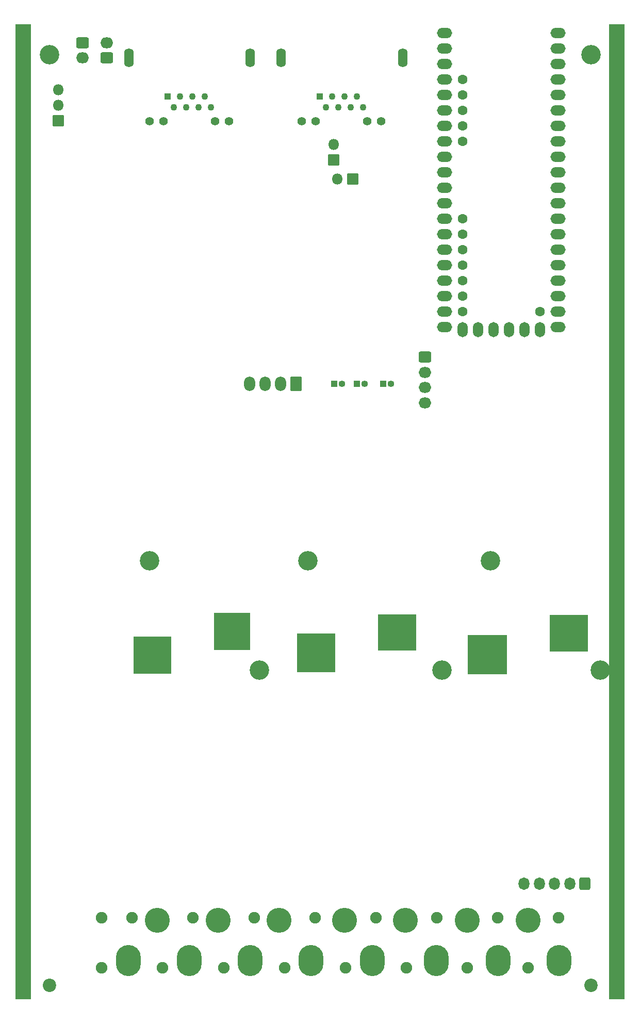
<source format=gbs>
G04 #@! TF.GenerationSoftware,KiCad,Pcbnew,7.0.2-6a45011f42~172~ubuntu20.04.1*
G04 #@! TF.CreationDate,2023-06-13T08:43:18+02:00*
G04 #@! TF.ProjectId,inverter,696e7665-7274-4657-922e-6b696361645f,rev?*
G04 #@! TF.SameCoordinates,Original*
G04 #@! TF.FileFunction,Soldermask,Bot*
G04 #@! TF.FilePolarity,Negative*
%FSLAX46Y46*%
G04 Gerber Fmt 4.6, Leading zero omitted, Abs format (unit mm)*
G04 Created by KiCad (PCBNEW 7.0.2-6a45011f42~172~ubuntu20.04.1) date 2023-06-13 08:43:18*
%MOMM*%
%LPD*%
G01*
G04 APERTURE LIST*
G04 Aperture macros list*
%AMRoundRect*
0 Rectangle with rounded corners*
0 $1 Rounding radius*
0 $2 $3 $4 $5 $6 $7 $8 $9 X,Y pos of 4 corners*
0 Add a 4 corners polygon primitive as box body*
4,1,4,$2,$3,$4,$5,$6,$7,$8,$9,$2,$3,0*
0 Add four circle primitives for the rounded corners*
1,1,$1+$1,$2,$3*
1,1,$1+$1,$4,$5*
1,1,$1+$1,$6,$7*
1,1,$1+$1,$8,$9*
0 Add four rect primitives between the rounded corners*
20,1,$1+$1,$2,$3,$4,$5,0*
20,1,$1+$1,$4,$5,$6,$7,0*
20,1,$1+$1,$6,$7,$8,$9,0*
20,1,$1+$1,$8,$9,$2,$3,0*%
G04 Aperture macros list end*
%ADD10C,0.100000*%
%ADD11RoundRect,0.300000X-0.750000X0.600000X-0.750000X-0.600000X0.750000X-0.600000X0.750000X0.600000X0*%
%ADD12O,2.100000X1.800000*%
%ADD13C,3.200000*%
%ADD14C,2.200000*%
%ADD15C,1.903400*%
%ADD16O,4.100000X5.100000*%
%ADD17O,4.100000X4.100000*%
%ADD18RoundRect,0.300000X0.600000X0.725000X-0.600000X0.725000X-0.600000X-0.725000X0.600000X-0.725000X0*%
%ADD19O,1.800000X2.050000*%
%ADD20RoundRect,0.050000X-0.500000X-0.500000X0.500000X-0.500000X0.500000X0.500000X-0.500000X0.500000X0*%
%ADD21C,1.100000*%
%ADD22C,1.400000*%
%ADD23O,1.600000X3.100000*%
%ADD24O,2.500000X1.700000*%
%ADD25C,1.600000*%
%ADD26O,1.700000X2.500000*%
%ADD27RoundRect,0.050000X-0.850000X0.850000X-0.850000X-0.850000X0.850000X-0.850000X0.850000X0.850000X0*%
%ADD28O,1.800000X1.800000*%
%ADD29RoundRect,0.300000X0.750000X-0.600000X0.750000X0.600000X-0.750000X0.600000X-0.750000X-0.600000X0*%
%ADD30RoundRect,0.050000X0.875000X1.125000X-0.875000X1.125000X-0.875000X-1.125000X0.875000X-1.125000X0*%
%ADD31O,1.850000X2.350000*%
%ADD32RoundRect,0.050000X0.850000X0.850000X-0.850000X0.850000X-0.850000X-0.850000X0.850000X-0.850000X0*%
%ADD33C,0.900000*%
%ADD34RoundRect,0.050000X-1.250000X-80.000000X1.250000X-80.000000X1.250000X80.000000X-1.250000X80.000000X0*%
%ADD35RoundRect,0.300000X-0.725000X0.600000X-0.725000X-0.600000X0.725000X-0.600000X0.725000X0.600000X0*%
%ADD36O,2.050000X1.800000*%
%ADD37RoundRect,0.050000X-0.500000X0.500000X-0.500000X-0.500000X0.500000X-0.500000X0.500000X0.500000X0*%
%ADD38O,1.100000X1.100000*%
G04 APERTURE END LIST*
D10*
X94400000Y-128187500D02*
X88200000Y-128187500D01*
X88200000Y-121987500D01*
X94400000Y-121987500D01*
X94400000Y-128187500D01*
G36*
X94400000Y-128187500D02*
G01*
X88200000Y-128187500D01*
X88200000Y-121987500D01*
X94400000Y-121987500D01*
X94400000Y-128187500D01*
G37*
X122600000Y-128587500D02*
X116200000Y-128587500D01*
X116200000Y-122187500D01*
X122600000Y-122187500D01*
X122600000Y-128587500D01*
G36*
X122600000Y-128587500D02*
G01*
X116200000Y-128587500D01*
X116200000Y-122187500D01*
X122600000Y-122187500D01*
X122600000Y-128587500D01*
G37*
X80400000Y-124587500D02*
X74600000Y-124587500D01*
X74600000Y-118587500D01*
X80400000Y-118587500D01*
X80400000Y-124587500D01*
G36*
X80400000Y-124587500D02*
G01*
X74600000Y-124587500D01*
X74600000Y-118587500D01*
X80400000Y-118587500D01*
X80400000Y-124587500D01*
G37*
X135875000Y-124800000D02*
X129675000Y-124800000D01*
X129675000Y-118900000D01*
X135875000Y-118900000D01*
X135875000Y-124800000D01*
G36*
X135875000Y-124800000D02*
G01*
X129675000Y-124800000D01*
X129675000Y-118900000D01*
X135875000Y-118900000D01*
X135875000Y-124800000D01*
G37*
X67500000Y-128475000D02*
X61400000Y-128475000D01*
X61400000Y-122475000D01*
X67500000Y-122475000D01*
X67500000Y-128475000D01*
G36*
X67500000Y-128475000D02*
G01*
X61400000Y-128475000D01*
X61400000Y-122475000D01*
X67500000Y-122475000D01*
X67500000Y-128475000D01*
G37*
X107700000Y-124700000D02*
X101500000Y-124700000D01*
X101500000Y-118800000D01*
X107700000Y-118800000D01*
X107700000Y-124700000D01*
G36*
X107700000Y-124700000D02*
G01*
X101500000Y-124700000D01*
X101500000Y-118800000D01*
X107700000Y-118800000D01*
X107700000Y-124700000D01*
G37*
D11*
G04 #@! TO.C,J401*
X53000000Y-25000000D03*
D12*
X53000000Y-27500000D03*
G04 #@! TD*
D13*
G04 #@! TO.C,H107*
X47550000Y-27000000D03*
G04 #@! TD*
D14*
G04 #@! TO.C,J101*
X136450000Y-179680000D03*
X47550000Y-179680000D03*
D15*
X56150000Y-176850000D03*
X56150000Y-168650001D03*
X61150000Y-168650001D03*
D16*
X60540000Y-175631001D03*
D15*
X66150000Y-176850000D03*
D17*
X65290000Y-169000000D03*
D15*
X71150000Y-168650001D03*
D16*
X70540000Y-175631001D03*
D15*
X76150000Y-176850000D03*
D17*
X75290000Y-169000000D03*
D15*
X81150000Y-168650001D03*
D16*
X80540000Y-175631001D03*
D15*
X86150000Y-176850000D03*
D17*
X85290000Y-169000000D03*
D15*
X91150000Y-168650001D03*
D16*
X90540000Y-175631001D03*
D15*
X96150000Y-176850000D03*
D17*
X96010000Y-169000000D03*
D15*
X101150000Y-168650001D03*
D16*
X100540000Y-175631001D03*
D15*
X106150000Y-176850000D03*
D17*
X106010000Y-169000000D03*
D15*
X111150000Y-168650001D03*
D16*
X111090000Y-175631001D03*
D17*
X116170000Y-169000000D03*
D15*
X116150000Y-176850001D03*
D16*
X121250000Y-175631001D03*
D15*
X121150000Y-168650001D03*
D17*
X126170000Y-169000000D03*
D15*
X126150000Y-176850001D03*
D16*
X131250000Y-175631001D03*
D15*
X131150000Y-168650001D03*
G04 #@! TD*
D18*
G04 #@! TO.C,J901*
X135500000Y-163000000D03*
D19*
X133000000Y-163000000D03*
X130500000Y-163000000D03*
X128000000Y-163000000D03*
X125500000Y-163000000D03*
G04 #@! TD*
D20*
G04 #@! TO.C,J404*
X91950000Y-33850000D03*
D21*
X92966000Y-35630000D03*
X93982000Y-33850000D03*
X94998000Y-35630000D03*
X96014000Y-33850000D03*
X97030000Y-35630000D03*
X98046000Y-33850000D03*
X99062000Y-35630000D03*
D22*
X88965500Y-37914000D03*
X91251500Y-37914000D03*
X99760500Y-37914000D03*
X102046500Y-37914000D03*
D23*
X85600000Y-27500000D03*
X105539000Y-27500000D03*
G04 #@! TD*
D13*
G04 #@! TO.C,H104*
X82000000Y-128000000D03*
G04 #@! TD*
D24*
G04 #@! TO.C,U401*
X112470000Y-23440000D03*
X112470000Y-25980000D03*
X112470000Y-28520000D03*
X112470000Y-31060000D03*
X112470000Y-33600000D03*
X112470000Y-36140000D03*
X112470000Y-38680000D03*
X112470000Y-41220000D03*
X112470000Y-43760000D03*
X112470000Y-46300000D03*
X112470000Y-48840000D03*
X112470000Y-51380000D03*
X112470000Y-53920000D03*
X112470000Y-56460000D03*
X112470000Y-59000000D03*
X112470000Y-61540000D03*
X112470000Y-64080000D03*
X112470000Y-66620000D03*
X112470000Y-69160000D03*
X112470000Y-71700000D03*
X131050000Y-71700000D03*
X131050000Y-69160000D03*
X131050000Y-66620000D03*
X131050000Y-64080000D03*
X131050000Y-61540000D03*
X131050000Y-59000000D03*
X131050000Y-56460000D03*
X131050000Y-53920000D03*
X131050000Y-51380000D03*
X131050000Y-48840000D03*
X131050000Y-46300000D03*
X131050000Y-43760000D03*
X131050000Y-41220000D03*
X131050000Y-38680000D03*
X131050000Y-36140000D03*
X131050000Y-33600000D03*
X131050000Y-31060000D03*
X131050000Y-28520000D03*
X131050000Y-25980000D03*
X131050000Y-23440000D03*
D25*
X115410000Y-31060000D03*
X115410000Y-33600000D03*
X115410000Y-36140000D03*
X115410000Y-38680000D03*
X115410000Y-41220000D03*
X115410000Y-53920000D03*
X115410000Y-56460000D03*
X115410000Y-59000000D03*
X115410000Y-61540000D03*
X115410000Y-64080000D03*
X115410000Y-66620000D03*
X115410000Y-69160000D03*
D26*
X115410000Y-72100000D03*
X117950000Y-72100000D03*
X120490000Y-72100000D03*
X123030000Y-72100000D03*
X125570000Y-72100000D03*
X128110000Y-72100000D03*
D25*
X128110000Y-69160000D03*
G04 #@! TD*
D27*
G04 #@! TO.C,JP403*
X97325000Y-47400000D03*
D28*
X94785000Y-47400000D03*
G04 #@! TD*
D13*
G04 #@! TO.C,H108*
X136450000Y-27000000D03*
G04 #@! TD*
D29*
G04 #@! TO.C,J402*
X57000000Y-27500000D03*
D12*
X57000000Y-25000000D03*
G04 #@! TD*
D30*
G04 #@! TO.C,PS501*
X88020000Y-81000000D03*
D31*
X85480000Y-81000000D03*
X82940000Y-81000000D03*
X80400000Y-81000000D03*
G04 #@! TD*
D13*
G04 #@! TO.C,H101*
X64000000Y-110000000D03*
G04 #@! TD*
G04 #@! TO.C,H102*
X90000000Y-110000000D03*
G04 #@! TD*
D32*
G04 #@! TO.C,JP401*
X94260000Y-44200000D03*
D28*
X94260000Y-41660000D03*
G04 #@! TD*
D13*
G04 #@! TO.C,H106*
X138000000Y-128000000D03*
G04 #@! TD*
G04 #@! TO.C,H103*
X120000000Y-110000000D03*
G04 #@! TD*
D20*
G04 #@! TO.C,J403*
X66950000Y-33850000D03*
D21*
X67966000Y-35630000D03*
X68982000Y-33850000D03*
X69998000Y-35630000D03*
X71014000Y-33850000D03*
X72030000Y-35630000D03*
X73046000Y-33850000D03*
X74062000Y-35630000D03*
D22*
X63965500Y-37914000D03*
X66251500Y-37914000D03*
X74760500Y-37914000D03*
X77046500Y-37914000D03*
D23*
X60600000Y-27500000D03*
X80539000Y-27500000D03*
G04 #@! TD*
D13*
G04 #@! TO.C,H105*
X112000000Y-128000000D03*
G04 #@! TD*
D33*
G04 #@! TO.C,N101*
X43250000Y-24500000D03*
X43250000Y-34500000D03*
X43250000Y-44500000D03*
X43250000Y-54500000D03*
X43250000Y-64500000D03*
X43250000Y-74500000D03*
X43250000Y-84500000D03*
X43250000Y-94500000D03*
D34*
X43250000Y-102000000D03*
D33*
X43250000Y-104500000D03*
X43250000Y-114500000D03*
X43250000Y-124500000D03*
X43250000Y-134500000D03*
X43250000Y-144500000D03*
X43250000Y-154500000D03*
X43250000Y-164500000D03*
X43250000Y-174500000D03*
X140750000Y-24250000D03*
X140750000Y-34250000D03*
X140750000Y-44250000D03*
X140750000Y-54250000D03*
X140750000Y-64250000D03*
X140750000Y-74250000D03*
X140750000Y-84250000D03*
X140750000Y-94250000D03*
D34*
X140750000Y-102000000D03*
D33*
X140750000Y-104250000D03*
X140750000Y-114250000D03*
X140750000Y-124250000D03*
X140750000Y-134250000D03*
X140750000Y-144250000D03*
X140750000Y-154250000D03*
X140750000Y-164250000D03*
X140750000Y-174250000D03*
G04 #@! TD*
D35*
G04 #@! TO.C,J301*
X109200000Y-76600000D03*
D36*
X109200000Y-79100000D03*
X109200000Y-81600000D03*
X109200000Y-84100000D03*
G04 #@! TD*
D32*
G04 #@! TO.C,J501*
X49050000Y-37800000D03*
D28*
X49050000Y-35260000D03*
X49050000Y-32720000D03*
G04 #@! TD*
D37*
G04 #@! TO.C,TH402*
X98000000Y-81000000D03*
D38*
X99270000Y-81000000D03*
G04 #@! TD*
D37*
G04 #@! TO.C,TH401*
X94300000Y-81000000D03*
D38*
X95570000Y-81000000D03*
G04 #@! TD*
D37*
G04 #@! TO.C,TH403*
X102330000Y-81000000D03*
D38*
X103600000Y-81000000D03*
G04 #@! TD*
M02*

</source>
